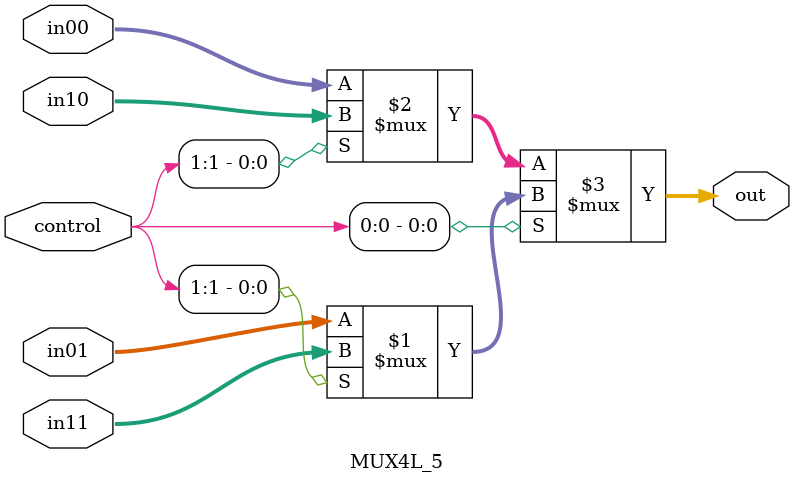
<source format=v>
`timescale 1ns / 1ps
module MUX4L_5(
	 input [1:0] control,
    input [4:0] in00,
    input [4:0] in01,
	 input [4:0] in10,
	 input [4:0] in11,
    output [4:0] out
    );
	 
	// 5Ïß4Â·Ñ¡ÔñÆ÷
	assign out = control[0] ? (control[1] ? in11 : in01) : (control[1] ? in10 : in00);

endmodule

</source>
